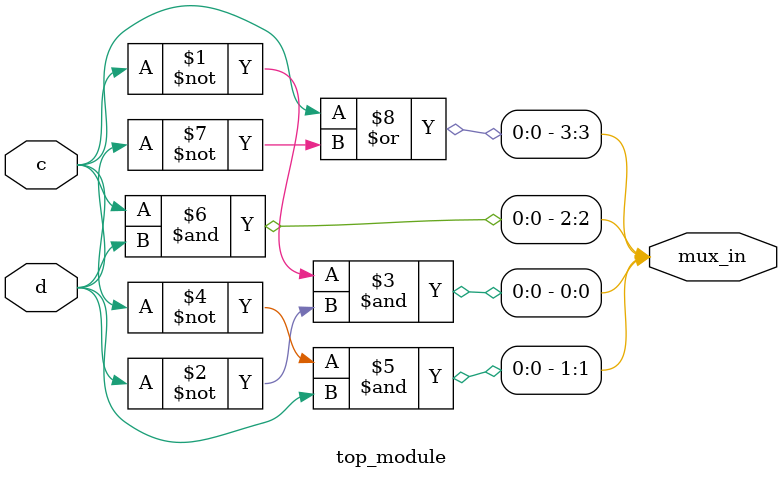
<source format=sv>
module top_module (
    input c,
    input d,
    output [3:0] mux_in
);

    // Define the truth table values for mux inputs based on the given K-map
    assign mux_in[0] = ~c & ~d; // 00 -> 1
    assign mux_in[1] = ~c & d;  // 01 -> 0
    assign mux_in[2] = c & d;   // 11 -> 1
    assign mux_in[3] = c | ~d;  // 10 -> 1

endmodule

</source>
